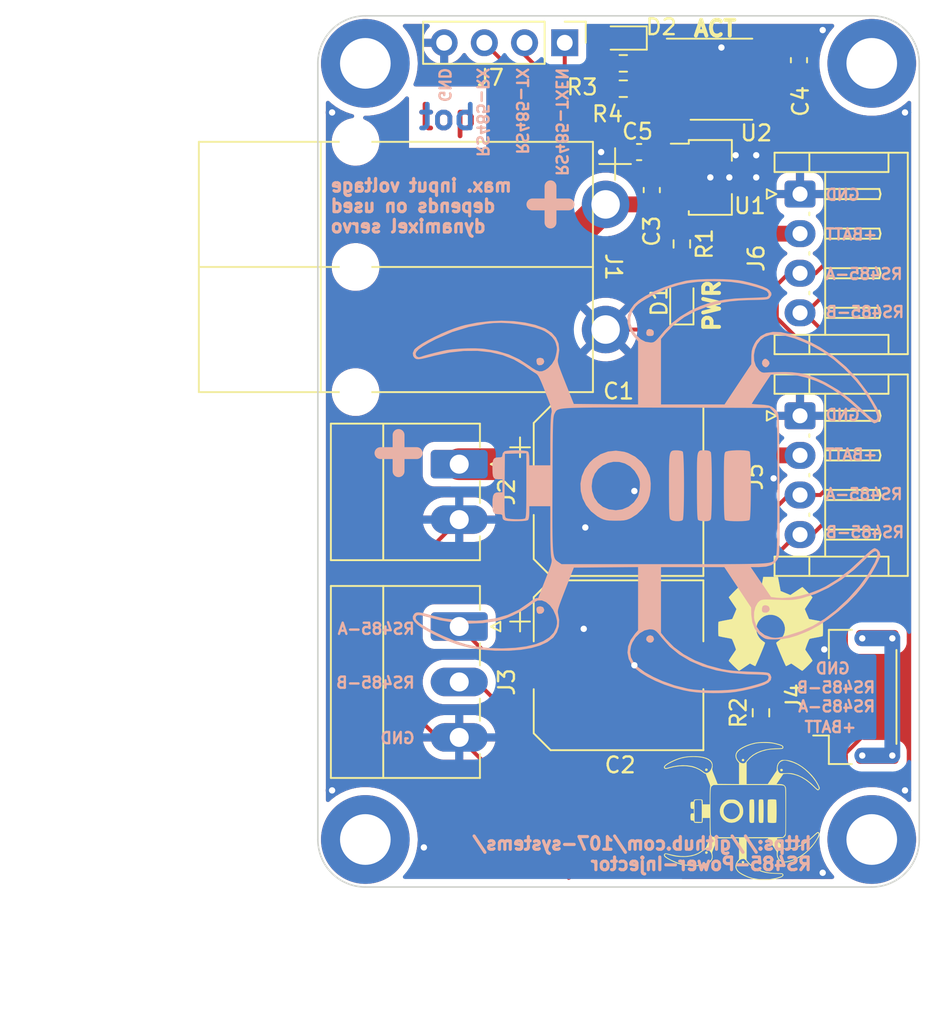
<source format=kicad_pcb>
(kicad_pcb (version 20211014) (generator pcbnew)
  (title_block (title "RS485-Power-Injector") (date "2023-01-21") (rev "0.1") (company "107-systems"))
  (layers (0 "F.Cu" signal) (31 "B.Cu" signal) (34 "B.Paste" user) (35 "F.Paste" user) (36 "B.SilkS" user "B.Silkscreen") (37 "F.SilkS" user "F.Silkscreen") (38 "B.Mask" user) (39 "F.Mask" user) (44 "Edge.Cuts" user))
  (net 0 "")
  (net 1 "+BATT")
  (net 2 "GND")
  (net 3 "/RS485_A")
  (net 4 "/RS485_B")
  (net 5 "/BATT_R")
  (net 6 "Net-(D1-Pad2)")
  (net 11 "+5V")
  (net 12 "Net-(D2-Pad2)")
  (net 13 "/RS485_TXEN")
  (net 14 "/RS485_TX")
  (net 15 "/RS485_RX")
  (net 16 "/MP")
  (footprint "generationmake:l3xz_small_silk" (layer "F.Cu") (at 152.8 103.2 90)
    (fp_text reference "L3" hide)
    (fp_text value "Label" hide)
  )
  (footprint "Resistor_SMD:R_0603_1608Metric" (layer "F.Cu") (at 149 67.4 -90)
    (fp_text reference "R1" (at 0 -1.43 90) (layer "F.SilkS"))
    (fp_text value "10k")
    (pad "1" smd roundrect (at -0.825 0 270) (size 0.8 0.95) (layers "F.Cu" "F.Paste" "F.Mask") (net 1 "+BATT"))
    (pad "2" smd roundrect (at 0.825 0 270) (size 0.8 0.95) (layers "F.Cu" "F.Paste" "F.Mask") (net 6 "Net-(D1-Pad2)"))
  )
  (footprint "Connector_JST:JST_GH_SM04B-GHS-TB_1x04-1MP_P1.25mm_Horizontal" (layer "F.Cu") (at 160 96 90)
    (fp_text reference "J4" (at 0 -3.9 90) (layer "F.SilkS"))
    (fp_text value "SM04B-GHS-TB")
    (pad "1" smd roundrect (at -1.875 -1.85 90) (size 0.6 1.7) (layers "F.Cu" "F.Paste" "F.Mask") (net 5 "/BATT_R"))
    (pad "2" smd roundrect (at -0.625 -1.85 90) (size 0.6 1.7) (layers "F.Cu" "F.Paste" "F.Mask") (net 3 "/RS485_A"))
    (pad "3" smd roundrect (at 0.625 -1.85 90) (size 0.6 1.7) (layers "F.Cu" "F.Paste" "F.Mask") (net 4 "/RS485_B"))
    (pad "4" smd roundrect (at 1.875 -1.85 90) (size 0.6 1.7) (layers "F.Cu" "F.Paste" "F.Mask") (net 2 "GND"))
    (pad "MP" smd roundrect (at -3.725 1.35 90) (size 1 2.7) (layers "F.Cu" "F.Paste" "F.Mask") (net 16 "/MP"))
    (pad "MP" smd roundrect (at 3.725 1.35 90) (size 1 2.7) (layers "F.Cu" "F.Paste" "F.Mask") (net 16 "/MP"))
  )
  (footprint "MountingHole:MountingHole_3.2mm_M3_DIN965_Pad" (layer "F.Cu") (at 129 56)
    (fp_text reference "H1" hide)
    (fp_text value "MountingHole_Pad" hide)
    (pad "1" thru_hole circle (at 0 0) (size 5.6 5.6) (drill 3.2) (layers *.Cu *.Mask))
  )
  (footprint "MountingHole:MountingHole_3.2mm_M3_DIN965_Pad" (layer "F.Cu") (at 129 105)
    (fp_text reference "H2" hide)
    (fp_text value "MountingHole_Pad" hide)
    (pad "1" thru_hole circle (at 0 0) (size 5.6 5.6) (drill 3.2) (layers *.Cu *.Mask))
  )
  (footprint "MountingHole:MountingHole_3.2mm_M3_DIN965_Pad" (layer "F.Cu") (at 161 56)
    (fp_text reference "H4" hide)
    (fp_text value "MountingHole_Pad" hide)
    (pad "1" thru_hole circle (at 0 0) (size 5.6 5.6) (drill 3.2) (layers *.Cu *.Mask))
  )
  (footprint "MountingHole:MountingHole_3.2mm_M3_DIN965_Pad" (layer "F.Cu") (at 161 105)
    (fp_text reference "H3" hide)
    (fp_text value "MountingHole_Pad" hide)
    (pad "1" thru_hole circle (at 0 0) (size 5.6 5.6) (drill 3.2) (layers *.Cu *.Mask))
  )
  (footprint "Capacitor_SMD:CP_Elec_10x14.3" (layer "F.Cu") (at 145 94)
    (fp_text reference "C2" (at 0.1 6.3) (layer "F.SilkS"))
    (fp_text value "220 uF / 50 V")
    (pad "1" smd roundrect (at -4.2 0) (size 4.4 2.5) (layers "F.Cu" "F.Paste" "F.Mask") (roundrect_rratio 0.1) (net 1 "+BATT"))
    (pad "2" smd roundrect (at 4.2 0) (size 4.4 2.5) (layers "F.Cu" "F.Paste" "F.Mask") (roundrect_rratio 0.1) (net 2 "GND"))
  )
  (footprint "Connector_Phoenix_MC:PhoenixContact_MC_1,5_3-G-3.5_1x03_P3.50mm_Horizontal" (layer "F.Cu") (at 134.9325 91.555 -90)
    (fp_text reference "J3" (at 3.5 -3 90) (layer "F.SilkS"))
    (fp_text value "DNI")
    (pad "1" thru_hole roundrect (at 0 0 270) (size 1.8 3.6) (drill 1.2) (layers *.Cu *.Mask) (roundrect_rratio 0.138889) (net 3 "/RS485_A"))
    (pad "2" thru_hole oval (at 3.5 0 270) (size 1.8 3.6) (drill 1.2) (layers *.Cu *.Mask) (net 4 "/RS485_B"))
    (pad "3" thru_hole oval (at 7 0 270) (size 1.8 3.6) (drill 1.2) (layers *.Cu *.Mask) (net 2 "GND"))
  )
  (footprint "generationmake:generationmake_small_solder" (layer "F.Cu") (at 139.68095 107.03645)
    (fp_text reference "L1" hide)
    (fp_text value "Label" hide)
  )
  (footprint "Capacitor_SMD:C_0603_1608Metric" (layer "F.Cu") (at 146.3 61.6 180)
    (fp_text reference "C5" (at 0.1 1.3) (layer "F.SilkS"))
    (fp_text value "1 uF")
    (pad "1" smd roundrect (at -0.775 0 180) (size 0.9 0.95) (layers "F.Cu" "F.Paste" "F.Mask") (net 11 "+5V"))
    (pad "2" smd roundrect (at 0.775 0 180) (size 0.9 0.95) (layers "F.Cu" "F.Paste" "F.Mask") (net 2 "GND"))
  )
  (footprint "Package_SO:SOIC-8_3.9x4.9mm_P1.27mm" (layer "F.Cu") (at 151.5 57)
    (fp_text reference "U2" (at 2.2 3.4) (layer "F.SilkS"))
    (fp_text value "SN75176AD")
    (pad "1" smd roundrect (at -2.475 -1.905) (size 1.95 0.6) (layers "F.Cu" "F.Paste" "F.Mask") (net 15 "/RS485_RX"))
    (pad "2" smd roundrect (at -2.475 -0.635) (size 1.95 0.6) (layers "F.Cu" "F.Paste" "F.Mask") (net 13 "/RS485_TXEN"))
    (pad "3" smd roundrect (at -2.475 0.635) (size 1.95 0.6) (layers "F.Cu" "F.Paste" "F.Mask") (net 13 "/RS485_TXEN"))
    (pad "4" smd roundrect (at -2.475 1.905) (size 1.95 0.6) (layers "F.Cu" "F.Paste" "F.Mask") (net 14 "/RS485_TX"))
    (pad "5" smd roundrect (at 2.475 1.905) (size 1.95 0.6) (layers "F.Cu" "F.Paste" "F.Mask") (net 2 "GND"))
    (pad "6" smd roundrect (at 2.475 0.635) (size 1.95 0.6) (layers "F.Cu" "F.Paste" "F.Mask") (net 3 "/RS485_A"))
    (pad "7" smd roundrect (at 2.475 -0.635) (size 1.95 0.6) (layers "F.Cu" "F.Paste" "F.Mask") (net 4 "/RS485_B"))
    (pad "8" smd roundrect (at 2.475 -1.905) (size 1.95 0.6) (layers "F.Cu" "F.Paste" "F.Mask") (net 11 "+5V"))
  )
  (footprint "Symbol:OSHW-Symbol_6.7x6mm_SilkScreen" (layer "F.Cu") (at 154.6 91.4)
    (fp_text reference "L4" hide)
    (fp_text value "Label" hide)
  )
  (footprint "Resistor_SMD:R_0603_1608Metric" (layer "F.Cu") (at 145.3 56)
    (fp_text reference "R3" (at -2.6 1.5) (layer "F.SilkS"))
    (fp_text value "10k")
    (pad "1" smd roundrect (at -0.825 0) (size 0.8 0.95) (layers "F.Cu" "F.Paste" "F.Mask") (net 12 "Net-(D2-Pad2)"))
    (pad "2" smd roundrect (at 0.825 0) (size 0.8 0.95) (layers "F.Cu" "F.Paste" "F.Mask") (net 15 "/RS485_RX"))
  )
  (footprint "LED_SMD:LED_0603_1608Metric" (layer "F.Cu") (at 149 71 90)
    (fp_text reference "D1" (at 0 -1.43 90) (layer "F.SilkS"))
    (fp_text value "LED green")
    (pad "1" smd roundrect (at -0.7875 0 90) (size 0.875 0.95) (layers "F.Cu" "F.Paste" "F.Mask") (net 2 "GND"))
    (pad "2" smd roundrect (at 0.7875 0 90) (size 0.875 0.95) (layers "F.Cu" "F.Paste" "F.Mask") (net 6 "Net-(D1-Pad2)"))
  )
  (footprint "Connector_PinHeader_2.54mm:PinHeader_1x04_P2.54mm_Vertical" (layer "F.Cu") (at 141.6 54.7 -90)
    (fp_text reference "J7" (at 2.2 4.7 180) (layer "F.SilkS"))
    (fp_text value "DNI")
    (pad "1" thru_hole rect (at 0 0 270) (size 1.7 1.7) (drill 1) (layers *.Cu *.Mask) (net 13 "/RS485_TXEN"))
    (pad "2" thru_hole oval (at 0 2.54 270) (size 1.7 1.7) (drill 1) (layers *.Cu *.Mask) (net 14 "/RS485_TX"))
    (pad "3" thru_hole oval (at 0 5.08 270) (size 1.7 1.7) (drill 1) (layers *.Cu *.Mask) (net 15 "/RS485_RX"))
    (pad "4" thru_hole oval (at 0 7.62 270) (size 1.7 1.7) (drill 1) (layers *.Cu *.Mask) (net 2 "GND"))
  )
  (footprint "Connector_Phoenix_MC:PhoenixContact_MC_1,5_2-G-3.5_1x02_P3.50mm_Horizontal" (layer "F.Cu") (at 134.9325 81.305 -90)
    (fp_text reference "J2" (at 1.75 -3 90) (layer "F.SilkS"))
    (fp_text value "DNI")
    (pad "1" thru_hole roundrect (at 0 0 270) (size 1.8 3.6) (drill 1.2) (layers *.Cu *.Mask) (roundrect_rratio 0.138889) (net 1 "+BATT"))
    (pad "2" thru_hole oval (at 3.5 0 270) (size 1.8 3.6) (drill 1.2) (layers *.Cu *.Mask) (net 2 "GND"))
  )
  (footprint "generationmake:POWERPOLE_hor_2" (layer "F.Cu") (at 144.1825 68.855 -90)
    (fp_text reference "J1" (at 0 -0.5 -90 unlocked) (layer "F.SilkS"))
    (fp_text value "PowerPole")
    (pad "" np_thru_hole circle (at -7.9 15.8 270) (size 2 2) (drill 2) (layers F&B.Cu *.Mask))
    (pad "" np_thru_hole circle (at 0 15.8 270) (size 2 2) (drill 2) (layers F&B.Cu *.Mask))
    (pad "" np_thru_hole circle (at 7.9 15.8 270) (size 2 2) (drill 2) (layers F&B.Cu *.Mask))
    (pad "1" thru_hole circle (at -3.95 0 270) (size 3 3) (drill 1.8) (layers *.Cu *.Mask) (net 1 "+BATT"))
    (pad "2" thru_hole circle (at 3.95 0 270) (size 3 3) (drill 1.8) (layers *.Cu *.Mask) (net 2 "GND"))
  )
  (footprint "Resistor_SMD:R_0603_1608Metric" (layer "F.Cu") (at 154 97 90)
    (fp_text reference "R2" (at 0 -1.43 90) (layer "F.SilkS"))
    (fp_text value "DNI")
    (pad "1" smd roundrect (at -0.825 0 90) (size 0.8 0.95) (layers "F.Cu" "F.Paste" "F.Mask") (net 5 "/BATT_R"))
    (pad "2" smd roundrect (at 0.825 0 90) (size 0.8 0.95) (layers "F.Cu" "F.Paste" "F.Mask") (net 1 "+BATT"))
  )
  (footprint "Connector_JST:JST_EH_S4B-EH_1x04_P2.50mm_Horizontal" (layer "F.Cu") (at 156.4675 64.25 -90)
    (fp_text reference "J6" (at 4.05 2.7675 90) (layer "F.SilkS"))
    (fp_text value "EH_S4B-EH")
    (pad "1" thru_hole roundrect (at 0 0 270) (size 1.7 1.95) (drill 0.95) (layers *.Cu *.Mask) (roundrect_rratio 0.147059) (net 2 "GND"))
    (pad "2" thru_hole oval (at 2.5 0 270) (size 1.7 1.95) (drill 0.95) (layers *.Cu *.Mask) (net 1 "+BATT"))
    (pad "3" thru_hole oval (at 5 0 270) (size 1.7 1.95) (drill 0.95) (layers *.Cu *.Mask) (net 3 "/RS485_A"))
    (pad "4" thru_hole oval (at 7.5 0 270) (size 1.7 1.95) (drill 0.95) (layers *.Cu *.Mask) (net 4 "/RS485_B"))
  )
  (footprint "LED_SMD:LED_0603_1608Metric" (layer "F.Cu") (at 145.3 54.4 180)
    (fp_text reference "D2" (at -2.4 0.7) (layer "F.SilkS"))
    (fp_text value "LED green")
    (pad "1" smd roundrect (at -0.7875 0 180) (size 0.875 0.95) (layers "F.Cu" "F.Paste" "F.Mask") (net 2 "GND"))
    (pad "2" smd roundrect (at 0.7875 0 180) (size 0.875 0.95) (layers "F.Cu" "F.Paste" "F.Mask") (net 12 "Net-(D2-Pad2)"))
  )
  (footprint "Resistor_SMD:R_0603_1608Metric" (layer "F.Cu") (at 145.3 57.6)
    (fp_text reference "R4" (at -1 1.6) (layer "F.SilkS"))
    (fp_text value "10k")
    (pad "1" smd roundrect (at -0.825 0) (size 0.8 0.95) (layers "F.Cu" "F.Paste" "F.Mask") (net 2 "GND"))
    (pad "2" smd roundrect (at 0.825 0) (size 0.8 0.95) (layers "F.Cu" "F.Paste" "F.Mask") (net 13 "/RS485_TXEN"))
  )
  (footprint "Package_TO_SOT_SMD:SOT-89-3" (layer "F.Cu") (at 150.5 63.2)
    (fp_text reference "U1" (at 2.8 1.8) (layer "F.SilkS"))
    (fp_text value "L78L05_SOT89")
    (pad "1" smd rect (at -1.65 -1.5) (size 1.3 0.9) (layers "F.Cu" "F.Paste" "F.Mask") (net 11 "+5V"))
    (pad "2" smd custom (at -1.5625 0) (size 1.475 0.9) (layers "F.Cu" "F.Paste" "F.Mask") (net 2 "GND") (options (clearance outline) (anchor rect)) (primitives (gr_poly (pts (xy 3.8625 0.8665) (xy 0.7375 0.8665) (xy 0.7375 -0.8665) (xy 3.8625 -0.8665)) (width 0) (fill yes))))
    (pad "3" smd rect (at -1.65 1.5) (size 1.3 0.9) (layers "F.Cu" "F.Paste" "F.Mask") (net 1 "+BATT"))
  )
  (footprint "Capacitor_SMD:C_0603_1608Metric" (layer "F.Cu") (at 147.1 64 90)
    (fp_text reference "C3" (at -2.6 0 90) (layer "F.SilkS"))
    (fp_text value "100 nF")
    (pad "1" smd roundrect (at -0.775 0 90) (size 0.9 0.95) (layers "F.Cu" "F.Paste" "F.Mask") (net 1 "+BATT"))
    (pad "2" smd roundrect (at 0.775 0 90) (size 0.9 0.95) (layers "F.Cu" "F.Paste" "F.Mask") (net 2 "GND"))
  )
  (footprint "Capacitor_SMD:C_0603_1608Metric" (layer "F.Cu") (at 156.4 55.8 -90)
    (fp_text reference "C4" (at 2.6 -0.1 90) (layer "F.SilkS"))
    (fp_text value "100 nF")
    (pad "1" smd roundrect (at -0.775 0 270) (size 0.9 0.95) (layers "F.Cu" "F.Paste" "F.Mask") (net 11 "+5V"))
    (pad "2" smd roundrect (at 0.775 0 270) (size 0.9 0.95) (layers "F.Cu" "F.Paste" "F.Mask") (net 2 "GND"))
  )
  (footprint "Connector_JST:JST_EH_S4B-EH_1x04_P2.50mm_Horizontal" (layer "F.Cu") (at 156.4675 78.25 -90)
    (fp_text reference "J5" (at 3.85 2.8675 90) (layer "F.SilkS"))
    (fp_text value "EH_S4B-EH")
    (pad "1" thru_hole roundrect (at 0 0 270) (size 1.7 1.95) (drill 0.95) (layers *.Cu *.Mask) (roundrect_rratio 0.147059) (net 2 "GND"))
    (pad "2" thru_hole oval (at 2.5 0 270) (size 1.7 1.95) (drill 0.95) (layers *.Cu *.Mask) (net 1 "+BATT"))
    (pad "3" thru_hole oval (at 5 0 270) (size 1.7 1.95) (drill 0.95) (layers *.Cu *.Mask) (net 3 "/RS485_A"))
    (pad "4" thru_hole oval (at 7.5 0 270) (size 1.7 1.95) (drill 0.95) (layers *.Cu *.Mask) (net 4 "/RS485_B"))
  )
  (footprint "Capacitor_SMD:CP_Elec_10x14.3" (layer "F.Cu") (at 145 83)
    (fp_text reference "C1" (at 0 -6.3) (layer "F.SilkS"))
    (fp_text value "220 uF / 50 V")
    (pad "1" smd roundrect (at -4.2 0) (size 4.4 2.5) (layers "F.Cu" "F.Paste" "F.Mask") (roundrect_rratio 0.1) (net 1 "+BATT"))
    (pad "2" smd roundrect (at 4.2 0) (size 4.4 2.5) (layers "F.Cu" "F.Paste" "F.Mask") (roundrect_rratio 0.1) (net 2 "GND"))
  )
  (footprint "generationmake:l3xz_silk" (layer "B.Cu") (at 146.8 82.7 -90)
    (fp_text reference "L2" hide)
    (fp_text value "Label" hide)
  )
  (gr_line (start 161 53) (end 129 53) (layer "Edge.Cuts") (width 0.1))
  (gr_line (start 129 108) (end 161 108) (layer "Edge.Cuts") (width 0.1))
  (gr_arc (start 129 108) (mid 126.87868 107.12132) (end 126 105) (layer "Edge.Cuts") (width 0.1))
  (gr_line (start 126 56) (end 126 105) (layer "Edge.Cuts") (width 0.1))
  (gr_arc (start 126 56) (mid 126.87868 53.87868) (end 129 53) (layer "Edge.Cuts") (width 0.1))
  (gr_arc (start 164 105) (mid 163.12132 107.12132) (end 161 108) (layer "Edge.Cuts") (width 0.1))
  (gr_arc (start 161 53) (mid 163.12132 53.87868) (end 164 56) (layer "Edge.Cuts") (width 0.1))
  (gr_line (start 164 105) (end 164 56) (layer "Edge.Cuts") (width 0.1))
  (gr_text "RS485-Power-Injector 0.1" (at 140.1 107) (layer "F.Cu") (effects (font (size 0.6 0.6))))
  (gr_text "top" (at 134.2 59.4) (layer "F.Cu") (effects (font (size 1.5 1.5) (thickness 0.3))))
  (gr_text "bot" (at 134.2 59.4) (layer "B.Cu") (effects (font (size 1.5 1.5) (thickness 0.3)) (justify mirror)))
  (gr_text "GND" (at 132.2 98.6) (layer "B.SilkS") (effects (font (size 0.7 0.7)) (justify left mirror)))
  (gr_text "+BATT" (at 158 80.7) (layer "B.SilkS") (effects (font (size 0.7 0.7)) (justify right mirror)))
  (gr_text "https://github.com/107-systems/\nRS485-Power-Injector" (at 157.3 105.9) (layer "B.SilkS") (effects (font (size 0.8 0.8) (thickness 0.2)) (justify left mirror)))
  (gr_text "RS485-B" (at 158 71.7) (layer "B.SilkS") (effects (font (size 0.7 0.7)) (justify right mirror)))
  (gr_text "+" (at 140.7 64.7) (layer "B.SilkS") (effects (font (size 3 3) (thickness 0.75)) (justify mirror)))
  (gr_text "max. input voltage\ndepends on used\ndynamixel servo" (at 126.7 65) (layer "B.SilkS") (effects (font (size 0.8 0.8) (thickness 0.2)) (justify right mirror)))
  (gr_text "+" (at 131.1 80.4) (layer "B.SilkS") (effects (font (size 3 3) (thickness 0.75)) (justify mirror)))
  (gr_text "RS485-A" (at 161.3 96.6) (layer "B.SilkS") (effects (font (size 0.7 0.7)) (justify left mirror)))
  (gr_text "+BATT" (at 160.1 97.9) (layer "B.SilkS") (effects (font (size 0.7 0.7)) (justify left mirror)))
  (gr_text "GND" (at 134 56.2 270) (layer "B.SilkS") (effects (font (size 0.7 0.7)) (justify right mirror)))
  (gr_text "RS485-B" (at 132.2 95.1) (layer "B.SilkS") (effects (font (size 0.7 0.7)) (justify left mirror)))
  (gr_text "RS485-B" (at 158 85.6) (layer "B.SilkS") (effects (font (size 0.7 0.7)) (justify right mirror)))
  (gr_text "RS485-A" (at 158 69.3) (layer "B.SilkS") (effects (font (size 0.7 0.7)) (justify right mirror)))
  (gr_text "RS485-A" (at 158 83.2) (layer "B.SilkS") (effects (font (size 0.7 0.7)) (justify right mirror)))
  (gr_text "GND" (at 159.7 94.2) (layer "B.SilkS") (effects (font (size 0.7 0.7)) (justify left mirror)))
  (gr_text "RS485-TX" (at 138.9 56.2 270) (layer "B.SilkS") (effects (font (size 0.7 0.7)) (justify right mirror)))
  (gr_text "RS485-TXEN" (at 141.4 56.2 270) (layer "B.SilkS") (effects (font (size 0.7 0.7)) (justify right mirror)))
  (gr_text "RS485-RX" (at 136.4 56.2 270) (layer "B.SilkS") (effects (font (size 0.7 0.7)) (justify right mirror)))
  (gr_text "GND" (at 158 64.3) (layer "B.SilkS") (effects (font (size 0.7 0.7)) (justify right mirror)))
  (gr_text "RS485-A" (at 132.2 91.7) (layer "B.SilkS") (effects (font (size 0.7 0.7)) (justify left mirror)))
  (gr_text "RS485-B" (at 161.3 95.4) (layer "B.SilkS") (effects (font (size 0.7 0.7)) (justify left mirror)))
  (gr_text "+BATT" (at 158 66.8) (layer "B.SilkS") (effects (font (size 0.7 0.7)) (justify right mirror)))
  (gr_text "GND" (at 158 78.2) (layer "B.SilkS") (effects (font (size 0.7 0.7)) (justify right mirror)))
  (gr_text "ACT" (at 151.1 53.8) (layer "F.SilkS") (effects (font (size 1 1) (thickness 0.25))))
  (gr_text "PWR" (at 150.9 71.3 90) (layer "F.SilkS") (effects (font (size 1 1) (thickness 0.25))))
  (segment (start 140.8 83) (end 140.8 68.2875) (width 2) (layer "F.Cu") (net 1))
  (segment (start 134.9325 81.305) (end 139.105 81.305) (width 2) (layer "F.Cu") (net 1))
  (segment (start 143.05 80.75) (end 140.8 83) (width 1) (layer "F.Cu") (net 1))
  (segment (start 156.4675 66.75) (end 152.75 66.75) (width 1) (layer "F.Cu") (net 1))
  (segment (start 149 66.175) (end 147.73 64.905) (width 0.25) (layer "F.Cu") (net 1))
  (segment (start 150.905 64.905) (end 144.1825 64.905) (width 1) (layer "F.Cu") (net 1))
  (segment (start 154 96.175) (end 142.975 96.175) (width 1) (layer "F.Cu") (net 1))
  (segment (start 140.8 68.2875) (end 144.1825 64.905) (width 2) (layer "F.Cu") (net 1))
  (segment (start 152.75 66.75) (end 150.905 64.905) (width 1) (layer "F.Cu") (net 1))
  (segment (start 156.4675 80.75) (end 143.05 80.75) (width 1) (layer "F.Cu") (net 1))
  (segment (start 142.975 96.175) (end 140.8 94) (width 1) (layer "F.Cu") (net 1))
  (segment (start 140.8 94) (end 140.8 83) (width 2) (layer "F.Cu") (net 1))
  (segment (start 149 66.175) (end 149 66.575) (width 0.25) (layer "F.Cu") (net 1))
  (segment (start 139.105 81.305) (end 140.8 83) (width 2) (layer "F.Cu") (net 1))
  (segment (start 147.73 64.905) (end 144.1825 64.905) (width 0.25) (layer "F.Cu") (net 1))
  (segment (start 161 97.911827) (end 158.911827 100) (width 0.25) (layer "F.Cu") (net 2))
  (segment (start 133.555 98.555) (end 131 96) (width 0.25) (layer "F.Cu") (net 2))
  (segment (start 131 96) (end 131 88.7375) (width 0.25) (layer "F.Cu") (net 2))
  (segment (start 160.125 94.125) (end 161 95) (width 0.25) (layer "F.Cu") (net 2))
  (segment (start 144.5 57.6) (end 145.3 56.8) (width 0.25) (layer "F.Cu") (net 2))
  (segment (start 149.2 83) (end 146 83) (width 0.25) (layer "F.Cu") (net 2))
  (segment (start 134.9325 98.555) (end 133.555 98.555) (width 0.25) (layer "F.Cu") (net 2))
  (segment (start 145.3 55.1875) (end 146.0875 54.4) (width 0.25) (layer "F.Cu") (net 2))
  (segment (start 149 71.7875) (end 147.9825 72.805) (width 0.25) (layer "F.Cu") (net 2))
  (segment (start 145.3 56.8) (end 145.3 55.1875) (width 0.25) (layer "F.Cu") (net 2))
  (segment (start 158.15 93.15) (end 158 93) (width 0.25) (layer "F.Cu") (net 2))
  (segment (start 144.475 57.6) (end 144.5 57.6) (width 0.25) (layer "F.Cu") (net 2))
  (segment (start 161 95) (end 161 97.911827) (width 0.25) (layer "F.Cu") (net 2))
  (segment (start 149.2 94) (end 149.2 83) (width 0.25) (layer "F.Cu") (net 2))
  (segment (start 147.9825 72.805) (end 144.1825 72.805) (width 0.25) (layer "F.Cu") (net 2))
  (segment (start 131 88.7375) (end 134.9325 84.805) (width 0.25) (layer "F.Cu") (net 2))
  (segment (start 149.2 94) (end 146 94) (width 0.25) (layer "F.Cu") (net 2))
  (segment (start 136.3775 100) (end 134.9325 98.555) (width 0.25) (layer "F.Cu") (net 2))
  (segment (start 158.911827 100) (end 136.3775 100) (width 0.25) (layer "F.Cu") (net 2))
  (segment (start 158.15 94.125) (end 160.125 94.125) (width 0.25) (layer "F.Cu") (net 2))
  (segment (start 158.15 94.125) (end 158.15 93.15) (width 0.25) (layer "F.Cu") (net 2))
  (via (at 142.8 91.7) (size 0.8) (drill 0.4) (layers "F.Cu" "B.Cu") (net 2))
  (via (at 152 63.2) (size 0.8) (drill 0.4) (layers "F.Cu" "B.Cu") (net 2))
  (via (at 143.9 61.6) (size 0.8) (drill 0.4) (layers "F.Cu" "B.Cu") (net 2))
  (via (at 157.9 107.1) (size 0.8) (drill 0.4) (layers "F.Cu" "B.Cu") (net 2))
  (via (at 154.8 82.2) (size 0.8) (drill 0.4) (layers "F.Cu" "B.Cu") (net 2))
  (via (at 126.9 59.1) (size 0.8) (drill 0.4) (layers "F.Cu" "B.Cu") (net 2))
  (via (at 150.8 63.2) (size 0.8) (drill 0.4) (layers "F.Cu" "B.Cu") (net 2))
  (via (at 163.1 101.9) (size 0.8) (drill 0.4) (layers "F.Cu" "B.Cu") (net 2))
  (via (at 142.9 85.3) (size 0.8) (drill 0.4) (layers "F.Cu" "B.Cu") (net 2))
  (via (at 146 94) (size 0.8) (drill 0.4) (layers "F.Cu" "B.Cu") (net 2))
  (via (at 153.7 61.8) (size 0.8) (drill 0.4) (layers "F.Cu" "B.Cu") (net 2))
  (via (at 151.5 55) (size 0.8) (drill 0.4) (layers "F.Cu" "B.Cu") (net 2))
  (via (at 158 93) (size 0.8) (drill 0.4) (layers "F.Cu" "B.Cu") (net 2))
  (via (at 157.9 53.9) (size 0.8) (drill 0.4) (layers "F.Cu" "B.Cu") (net 2))
  (via (at 132.7 105.5) (size 0.8) (drill 0.4) (layers "F.Cu" "B.Cu") (net 2))
  (via (at 146 83) (size 0.8) (drill 0.4) (layers "F.Cu" "B.Cu") (net 2))
  (via (at 163.1 59.1) (size 0.8) (drill 0.4) (layers "F.Cu" "B.Cu") (net 2))
  (via (at 153.7 63.2) (size 0.8) (drill 0.4) (layers "F.Cu" "B.Cu") (net 2))
  (via (at 152.4 61.8) (size 0.8) (drill 0.4) (layers "F.Cu" "B.Cu") (net 2))
  (via (at 126.9 101.9) (size 0.8) (drill 0.4) (layers "F.Cu" "B.Cu") (net 2))
  (segment (start 158.15 96.625) (end 155.275 96.625) (width 0.25) (layer "F.Cu") (net 3))
  (segment (start 156.4675 83.25) (end 157.75 83.25) (width 0.25) (layer "F.Cu") (net 3))
  (segment (start 154 94) (end 154 85) (width 0.25) (layer "F.Cu") (net 3))
  (segment (start 155 72.069201) (end 155 70) (width 0.25) (layer "F.Cu") (net 3))
  (segment (start 155.75 69.25) (end 156.4675 69.25) (width 0.25) (layer "F.Cu") (net 3))
  (segment (start 155 70) (end 155.75 69.25) (width 0.25) (layer "F.Cu") (net 3))
  (segment (start 157.930799 75) (end 155 72.069201) (width 0.25) (layer "F.Cu") (net 3))
  (segment (start 154.9 97) (end 139 97) (width 0.25) (layer "F.Cu") (net 3))
  (segment (start 159.3 67.4) (end 159.3 62.3) (width 0.25) (layer "F.Cu") (net 3))
  (segment (start 157.45 69.25) (end 159.3 67.4) (width 0.25) (layer "F.Cu") (net 3))
  (segment (start 139 97) (end 138 96) (width 0.25) (layer "F.Cu") (net 3))
  (segment (start 155.75 83.25) (end 154 85) (width 0.25) (layer "F.Cu") (net 3))
  (segment (start 154.635 57.635) (end 153.975 57.635) (width 0.25) (layer "F.Cu") (net 3))
  (segment (start 157.75 83.25) (end 159 82) (width 0.25) (layer "F.Cu") (net 3))
  (segment (start 156.4675 69.25) (end 157.45 69.25) (width 0.25) (layer "F.Cu") (net 3))
  (segment (start 156.4675 83.25) (end 155.75 83.25) (width 0.25) (layer "F.Cu") (net 3))
  (segment (start 138 94.6225) (end 134.9325 91.555) (width 0.25) (layer "F.Cu") (net 3))
  (segment (start 159 76) (end 158 75) (width 0.25) (layer "F.Cu") (net 3))
  (segment (start 138 96) (end 138 94.6225) (width 0.25) (layer "F.Cu") (net 3))
  (segment (start 158 75) (end 157.930799 75) (width 0.25) (layer "F.Cu") (net 3))
  (segment (start 155.275 96.625) (end 154.9 97) (width 0.25) (layer "F.Cu") (net 3))
  (segment (start 156.625 96.625) (end 154 94) (width 0.25) (layer "F.Cu") (net 3))
  (segment (start 158.15 96.625) (end 156.625 96.625) (width 0.25) (layer "F.Cu") (net 3))
  (segment (start 159 82) (end 159 76) (width 0.25) (layer "F.Cu") (net 3))
  (segment (start 159.3 62.3) (end 154.635 57.635) (width 0.25) (layer "F.Cu") (net 3))
  (segment (start 156.4675 71.75) (end 156.85 71.75) (width 0.25) (layer "F.Cu") (net 4))
  (segment (start 160 96) (end 160 98) (width 0.25) (layer "F.Cu") (net 4))
  (segment (start 155.3 56.9) (end 154.765 56.365) (width 0.25) (layer "F.Cu") (net 4))
  (segment (start 159.375 95.375) (end 160 96) (width 0.25) (layer "F.Cu") (net 4))
  (segment (start 156.25 85.75) (end 156.4675 85.75) (width 0.25) (layer "F.Cu") (net 4))
  (segment (start 156.4675 85.75) (end 157.25 85.75) (width 0.25) (layer "F.Cu") (net 4))
  (segment (start 158.15 95.375) (end 156.375 95.375) (width 0.25) (layer "F.Cu") (net 4))
  (segment (start 156.85 71.75) (end 160.2 68.4) (width 0.25) (layer "F.Cu") (net 4))
  (segment (start 156.75 71.75) (end 156.4675 71.75) (width 0.25) (layer "F.Cu") (net 4))
  (segment (start 155 87) (end 156.25 85.75) (width 0.25) (layer "F.Cu") (net 4))
  (segment (start 160.2 62.3) (end 155.3 57.4) (width 0.25) (layer "F.Cu") (net 4))
  (segment (start 156.375 95.375) (end 155 94) (width 0.25) (layer "F.Cu") (net 4))
  (segment (start 136.055 95.055) (end 134.9325 95.055) (width 0.25) (layer "F.Cu") (net 4))
  (segment (start 158.15 95.375) (end 159.375 95.375) (width 0.25) (layer "F.Cu") (net 4))
  (segment (start 153.6 99) (end 152.3 97.7) (width 0.25) (layer "F.Cu") (net 4))
  (segment (start 154.765 56.365) (end 153.975 56.365) (width 0.25) (layer "F.Cu") (net 4))
  (segment (start 160 83) (end 160 75) (width 0.25) (layer "F.Cu") (net 4))
  (segment (start 160.2 68.4) (end 160.2 62.3) (width 0.25) (layer "F.Cu") (net 4))
  (segment (start 155.3 57.4) (end 155.3 56.9) (width 0.25) (layer "F.Cu") (net 4))
  (segment (start 155 94) (end 155 87) (width 0.25) (layer "F.Cu") (net 4))
  (segment (start 152.3 97.7) (end 138.7 97.7) (width 0.25) (layer "F.Cu") (net 4))
  (segment (start 160 98) (end 159 99) (width 0.25) (layer "F.Cu") (net 4))
  (segment (start 138.7 97.7) (end 136.055 95.055) (width 0.25) (layer "F.Cu") (net 4))
  (segment (start 160 75) (end 156.75 71.75) (width 0.25) (layer "F.Cu") (net 4))
  (segment (start 159 99) (end 153.6 99) (width 0.25) (layer "F.Cu") (net 4))
  (segment (start 157.25 85.75) (end 160 83) (width 0.25) (layer "F.Cu") (net 4))
  (segment (start 158.15 97.875) (end 154.05 97.875) (width 1) (layer "F.Cu") (net 5))
  (segment (start 154.05 97.875) (end 154 97.825) (width 1) (layer "F.Cu") (net 5))
  (segment (start 149 69.3) (end 149 68.225) (width 0.25) (layer "F.Cu") (net 6))
  (segment (start 149 70.2125) (end 149 69.3) (width 0.25) (layer "F.Cu") (net 6))
  (segment (start 153.205 55.095) (end 152.45 55.85) (width 0.25) (layer "F.Cu") (net 11))
  (segment (start 147.175 61.7) (end 147.075 61.6) (width 0.25) (layer "F.Cu") (net 11))
  (segment (start 153.975 55.095) (end 153.205 55.095) (width 0.25) (layer "F.Cu") (net 11))
  (segment (start 152.45 55.85) (end 152.45 60.35) (width 0.25) (layer "F.Cu") (net 11))
  (segment (start 156.4 55.025) (end 154.045 55.025) (width 0.25) (layer "F.Cu") (net 11))
  (segment (start 148.85 61.7) (end 147.175 61.7) (width 0.25) (layer "F.Cu") (net 11))
  (segment (start 154.045 55.025) (end 153.975 55.095) (width 0.25) (layer "F.Cu") (net 11))
  (segment (start 151.1 61.7) (end 148.85 61.7) (width 0.25) (layer "F.Cu") (net 11))
  (segment (start 152.45 60.35) (end 151.1 61.7) (width 0.25) (layer "F.Cu") (net 11))
  (segment (start 144.5125 54.4) (end 144.5125 55.9625) (width 0.25) (layer "F.Cu") (net 12))
  (segment (start 144.5125 55.9625) (end 144.475 56) (width 0.25) (layer "F.Cu") (net 12))
  (segment (start 148.99 57.6) (end 149.025 57.635) (width 0.25) (layer "F.Cu") (net 13))
  (segment (start 146.125 57.6) (end 145.27 58.455) (width 0.25) (layer "F.Cu") (net 13))
  (segment (start 145.27 58.455) (end 143.455 58.455) (width 0.25) (layer "F.Cu") (net 13))
  (segment (start 141.6 56.6) (end 141.6 54.7) (width 0.25) (layer "F.Cu") (net 13))
  (segment (start 143.455 58.455) (end 141.6 56.6) (width 0.25) (layer "F.Cu") (net 13))
  (segment (start 146.125 57.6) (end 148.99 57.6) (width 0.25) (layer "F.Cu") (net 13))
  (segment (start 149.025 57.635) (end 149.025 56.365) (width 0.25) (layer "F.Cu") (net 13))
  (segment (start 139.06 55.46) (end 139.06 54.7) (width 0.25) (layer "F.Cu") (net 14))
  (segment (start 149.025 58.905) (end 142.505 58.905) (width 0.25) (layer "F.Cu") (net 14))
  (segment (start 142.505 58.905) (end 139.06 55.46) (width 0.25) (layer "F.Cu") (net 14))
  (segment (start 141.35 59.53) (end 136.52 54.7) (width 0.25) (layer "F.Cu") (net 15))
  (segment (start 150.35 55.65) (end 150.35 59.226751) (width 0.25) (layer "F.Cu") (net 15))
  (segment (start 147.03 55.095) (end 149.025 55.095) (width 0.25) (layer "F.Cu") (net 15))
  (segment (start 149.795 55.095) (end 150.35 55.65) (width 0.25) (layer "F.Cu") (net 15))
  (segment (start 150.35 59.226751) (end 150.046751 59.53) (width 0.25) (layer "F.Cu") (net 15))
  (segment (start 150.046751 59.53) (end 141.35 59.53) (width 0.25) (layer "F.Cu") (net 15))
  (segment (start 146.125 56) (end 147.03 55.095) (width 0.25) (layer "F.Cu") (net 15))
  (segment (start 149.025 55.095) (end 149.795 55.095) (width 0.25) (layer "F.Cu") (net 15))
  (via (at 162.3 99.7) (size 0.8) (drill 0.4) (layers "F.Cu" "B.Cu") (net 16))
  (via (at 160.4 92.3) (size 0.8) (drill 0.4) (layers "F.Cu" "B.Cu") (net 16))
  (via (at 160.4 99.7) (size 0.8) (drill 0.4) (layers "F.Cu" "B.Cu") (net 16))
  (via (at 162.3 92.3) (size 0.8) (drill 0.4) (layers "F.Cu" "B.Cu") (net 16))
  (segment (start 162.3 92.3) (end 162.3 99.7) (width 1) (layer "B.Cu") (net 16))
  (segment (start 160.4 99.7) (end 162.3 99.7) (width 1) (layer "B.Cu") (net 16))
  (segment (start 160.4 92.3) (end 162.3 92.3) (width 1) (layer "B.Cu") (net 16))
  (zone (net 2) (net_name "GND") (layer "F.Cu") (connect_pads (clearance 0.508)) (min_thickness 0.254) (fill yes (thermal_gap 0.508) (thermal_bridge_width 0.508))
    (polygon (pts (xy 165 109) (xy 125 109) (xy 125 52) (xy 165 52)))
  )
  (zone (net 2) (net_name "GND") (layer "B.Cu") (connect_pads (clearance 0.508)) (min_thickness 0.254) (fill yes (thermal_gap 0.508) (thermal_bridge_width 0.508))
    (polygon (pts (xy 165 109) (xy 125 109) (xy 125 52) (xy 165 52)))
  )
)
</source>
